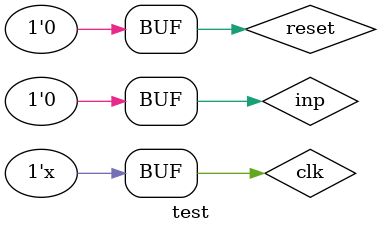
<source format=v>
`timescale 1ns / 1ps


module test();
reg inp, reset, clk;
wire y;

main uut(inp, reset, clk, y);

initial
begin
clk=0;
reset=1;
#10 inp=1'b1;
#10 inp=1'b0;
#10 inp=1'b1;
#10 inp=1'b0;
#10 inp=1'b1;
#10 inp=1'b0;


#50; reset=0;
#10 inp=1'b1;
#10 inp=1'b0;
#10 inp=1'b1;
#10 inp=1'b0;
#10 inp=1'b1;
#10 inp=1'b0;
end


always
#10 clk=~clk;


endmodule


</source>
